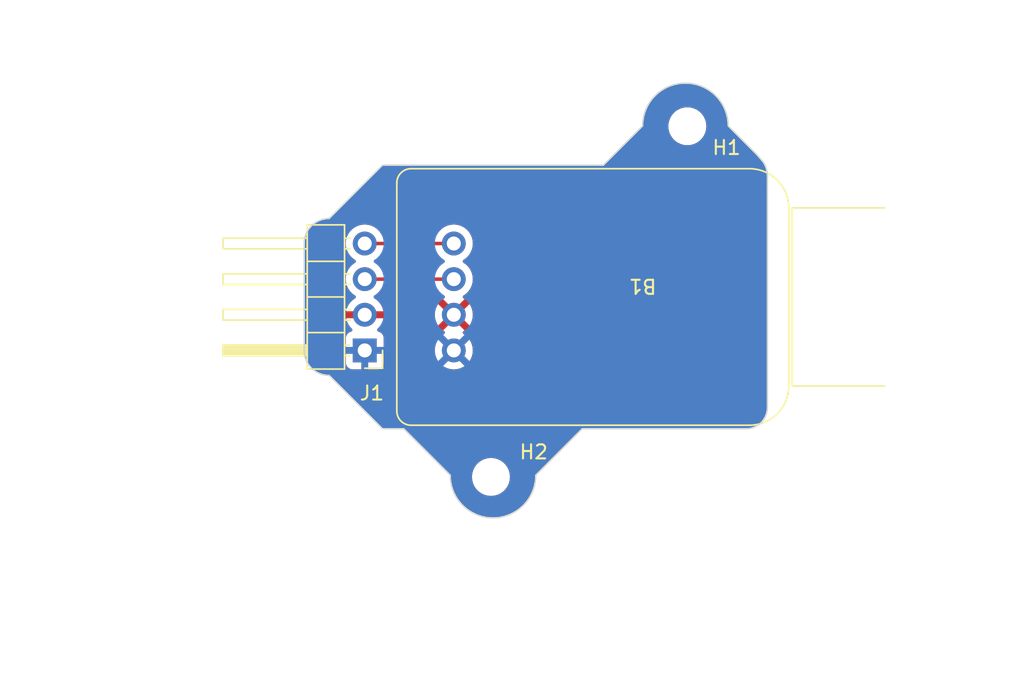
<source format=kicad_pcb>
(kicad_pcb (version 20221018) (generator pcbnew)
  (layers (0 "F.Cu" signal) (31 "B.Cu" signal) (34 "B.Paste" user) (35 "F.Paste" user) (36 "B.SilkS" user "B.Silkscreen") (37 "F.SilkS" user "F.Silkscreen") (38 "B.Mask" user) (39 "F.Mask" user) (44 "Edge.Cuts" user))
  (net 0 "")
  (net 1 "/gnd")
  (net 2 "/Vcc")
  (net 3 "/Tx")
  (net 4 "/Rx")
  (footprint "local:USB-UART-board" (layer "F.Cu") (at 162.814 90.17 180)
    (fp_text reference "B1" (at 0 0.77 180 unlocked) (layer "F.SilkS"))
    (fp_text value "~")
    (fp_line (start -10.668 -6.35) (end -17.272 -6.35) (stroke (width 0.12)) (layer "F.SilkS"))
    (fp_line (start -10.668 -6.35) (end -10.668 6.35) (stroke (width 0.12)) (layer "F.SilkS"))
    (fp_line (start -10.668 6.35) (end -17.272 6.35) (stroke (width 0.12)) (layer "F.SilkS"))
    (fp_line (start -10.413998 -6.350002) (end -10.414 6.35) (stroke (width 0.12)) (layer "F.SilkS"))
    (fp_line (start -7.62 -9.144) (end 16.510002 -9.144002) (stroke (width 0.12)) (layer "F.SilkS"))
    (fp_line (start 16.510002 9.144002) (end -7.620002 9.143998) (stroke (width 0.12)) (layer "F.SilkS"))
    (fp_line (start 17.526002 -8.128002) (end 17.526002 8.128002) (stroke (width 0.12)) (layer "F.SilkS"))
    (fp_arc (start -10.413998 -6.350002) (mid -9.595655 -8.325657) (end -7.62 -9.144) (stroke (width 0.12)) (layer "F.SilkS"))
    (fp_arc (start -7.620002 9.143998) (mid -9.595657 8.325655) (end -10.414 6.35) (stroke (width 0.12)) (layer "F.SilkS"))
    (fp_arc (start 16.510002 -9.144002) (mid 17.228422 -8.846422) (end 17.526002 -8.128002) (stroke (width 0.12)) (layer "F.SilkS"))
    (fp_arc (start 17.526002 8.128002) (mid 17.228422 8.846422) (end 16.510002 9.144002) (stroke (width 0.12)) (layer "F.SilkS"))
    (pad "1" thru_hole circle (at 13.462 -3.81 180) (size 1.7 1.7) (drill 1) (layers "*.Cu" "*.Mask") (net 1 "/gnd"))
    (pad "2" thru_hole circle (at 13.462 -1.27 180) (size 1.7 1.7) (drill 1) (layers "*.Cu" "*.Mask") (net 2 "/Vcc"))
    (pad "3" thru_hole circle (at 13.462 1.27 180) (size 1.7 1.7) (drill 1) (layers "*.Cu" "*.Mask") (net 3 "/Tx"))
    (pad "4" thru_hole circle (at 13.462 3.81 180) (size 1.7 1.7) (drill 1) (layers "*.Cu" "*.Mask") (net 4 "/Rx"))
  )
  (footprint "Connector_PinHeader_2.54mm:PinHeader_1x04_P2.54mm_Horizontal" (layer "F.Cu") (at 143.002 93.98 180)
    (fp_text reference "J1" (at -0.508 -3.048) (layer "F.SilkS"))
    (fp_text value "Conn_01x04")
    (fp_line (start -1.27 -1.27) (end 0 -1.27) (stroke (width 0.12)) (layer "F.SilkS"))
    (fp_line (start -1.27 0) (end -1.27 -1.27) (stroke (width 0.12)) (layer "F.SilkS"))
    (fp_line (start 1.042929 2.16) (end 1.44 2.16) (stroke (width 0.12)) (layer "F.SilkS"))
    (fp_line (start 1.042929 2.92) (end 1.44 2.92) (stroke (width 0.12)) (layer "F.SilkS"))
    (fp_line (start 1.042929 4.7) (end 1.44 4.7) (stroke (width 0.12)) (layer "F.SilkS"))
    (fp_line (start 1.042929 5.46) (end 1.44 5.46) (stroke (width 0.12)) (layer "F.SilkS"))
    (fp_line (start 1.042929 7.24) (end 1.44 7.24) (stroke (width 0.12)) (layer "F.SilkS"))
    (fp_line (start 1.042929 8) (end 1.44 8) (stroke (width 0.12)) (layer "F.SilkS"))
    (fp_line (start 1.11 -0.38) (end 1.44 -0.38) (stroke (width 0.12)) (layer "F.SilkS"))
    (fp_line (start 1.11 0.38) (end 1.44 0.38) (stroke (width 0.12)) (layer "F.SilkS"))
    (fp_line (start 1.44 -1.33) (end 1.44 8.95) (stroke (width 0.12)) (layer "F.SilkS"))
    (fp_line (start 1.44 1.27) (end 4.1 1.27) (stroke (width 0.12)) (layer "F.SilkS"))
    (fp_line (start 1.44 3.81) (end 4.1 3.81) (stroke (width 0.12)) (layer "F.SilkS"))
    (fp_line (start 1.44 6.35) (end 4.1 6.35) (stroke (width 0.12)) (layer "F.SilkS"))
    (fp_line (start 1.44 8.95) (end 4.1 8.95) (stroke (width 0.12)) (layer "F.SilkS"))
    (fp_line (start 4.1 -1.33) (end 1.44 -1.33) (stroke (width 0.12)) (layer "F.SilkS"))
    (fp_line (start 4.1 -0.38) (end 10.1 -0.38) (stroke (width 0.12)) (layer "F.SilkS"))
    (fp_line (start 4.1 -0.32) (end 10.1 -0.32) (stroke (width 0.12)) (layer "F.SilkS"))
    (fp_line (start 4.1 -0.2) (end 10.1 -0.2) (stroke (width 0.12)) (layer "F.SilkS"))
    (fp_line (start 4.1 -0.08) (end 10.1 -0.08) (stroke (width 0.12)) (layer "F.SilkS"))
    (fp_line (start 4.1 0.04) (end 10.1 0.04) (stroke (width 0.12)) (layer "F.SilkS"))
    (fp_line (start 4.1 0.16) (end 10.1 0.16) (stroke (width 0.12)) (layer "F.SilkS"))
    (fp_line (start 4.1 0.28) (end 10.1 0.28) (stroke (width 0.12)) (layer "F.SilkS"))
    (fp_line (start 4.1 2.16) (end 10.1 2.16) (stroke (width 0.12)) (layer "F.SilkS"))
    (fp_line (start 4.1 4.7) (end 10.1 4.7) (stroke (width 0.12)) (layer "F.SilkS"))
    (fp_line (start 4.1 7.24) (end 10.1 7.24) (stroke (width 0.12)) (layer "F.SilkS"))
    (fp_line (start 4.1 8.95) (end 4.1 -1.33) (stroke (width 0.12)) (layer "F.SilkS"))
    (fp_line (start 10.1 -0.38) (end 10.1 0.38) (stroke (width 0.12)) (layer "F.SilkS"))
    (fp_line (start 10.1 0.38) (end 4.1 0.38) (stroke (width 0.12)) (layer "F.SilkS"))
    (fp_line (start 10.1 2.16) (end 10.1 2.92) (stroke (width 0.12)) (layer "F.SilkS"))
    (fp_line (start 10.1 2.92) (end 4.1 2.92) (stroke (width 0.12)) (layer "F.SilkS"))
    (fp_line (start 10.1 4.7) (end 10.1 5.46) (stroke (width 0.12)) (layer "F.SilkS"))
    (fp_line (start 10.1 5.46) (end 4.1 5.46) (stroke (width 0.12)) (layer "F.SilkS"))
    (fp_line (start 10.1 7.24) (end 10.1 8) (stroke (width 0.12)) (layer "F.SilkS"))
    (fp_line (start 10.1 8) (end 4.1 8) (stroke (width 0.12)) (layer "F.SilkS"))
    (pad "1" thru_hole rect (at 0 0 180) (size 1.7 1.7) (drill 1) (layers "*.Cu" "*.Mask") (net 1 "/gnd"))
    (pad "2" thru_hole oval (at 0 2.54 180) (size 1.7 1.7) (drill 1) (layers "*.Cu" "*.Mask") (net 2 "/Vcc"))
    (pad "3" thru_hole oval (at 0 5.08 180) (size 1.7 1.7) (drill 1) (layers "*.Cu" "*.Mask") (net 3 "/Tx"))
    (pad "4" thru_hole oval (at 0 7.62 180) (size 1.7 1.7) (drill 1) (layers "*.Cu" "*.Mask") (net 4 "/Rx"))
  )
  (footprint "MountingHole:MountingHole_2.2mm_M2_ISO7380" (layer "F.Cu") (at 166 78)
    (fp_text reference "H1" (at 2.794 1.524) (layer "F.SilkS"))
    (fp_text value "MountingHole")
    (pad "" np_thru_hole circle (at 0 0) (size 2.2 2.2) (drill 2.2) (layers "*.Cu" "*.Mask"))
  )
  (footprint "MountingHole:MountingHole_2.2mm_M2_ISO7380" (layer "F.Cu") (at 152 103)
    (fp_text reference "H2" (at 3.048 -1.778) (layer "F.SilkS"))
    (fp_text value "MountingHole")
    (pad "" np_thru_hole circle (at 0 0) (size 2.2 2.2) (drill 2.2) (layers "*.Cu" "*.Mask"))
  )
  (gr_line (start 158.496 99.568) (end 161.798 99.568) (stroke (width 0.1)) (layer "Edge.Cuts"))
  (gr_line (start 155.194 102.87) (end 158.496 99.568) (stroke (width 0.1)) (layer "Edge.Cuts"))
  (gr_line (start 171.704 98.044) (end 171.704 82.55) (stroke (width 0.1)) (layer "Edge.Cuts"))
  (gr_line (start 140.462 84.582) (end 144.272 80.772) (stroke (width 0.1)) (layer "Edge.Cuts"))
  (gr_arc (start 155.194 102.87) (mid 152.146 105.918) (end 149.098 102.87) (stroke (width 0.1)) (layer "Edge.Cuts"))
  (gr_arc (start 140.462 95.758) (mid 139.204764 95.237236) (end 138.684 93.98) (stroke (width 0.1)) (layer "Edge.Cuts"))
  (gr_arc (start 138.684 86.36) (mid 139.204764 85.102764) (end 140.462 84.582) (stroke (width 0.1)) (layer "Edge.Cuts"))
  (gr_line (start 140.462 95.758) (end 144.272 99.568) (stroke (width 0.1)) (layer "Edge.Cuts"))
  (gr_line (start 144.272 99.568) (end 145.796 99.568) (stroke (width 0.1)) (layer "Edge.Cuts"))
  (gr_arc (start 171.704 98.044) (mid 171.257631 99.121631) (end 170.18 99.568) (stroke (width 0.1)) (layer "Edge.Cuts"))
  (gr_line (start 149.098 102.87) (end 145.796 99.568) (stroke (width 0.1)) (layer "Edge.Cuts"))
  (gr_line (start 162.814 77.978) (end 160.02 80.772) (stroke (width 0.1)) (layer "Edge.Cuts"))
  (gr_line (start 170.942 80.01) (end 171.405385 80.547743) (stroke (width 0.1)) (layer "Edge.Cuts"))
  (gr_arc (start 171.405385 80.547743) (mid 171.627709 81.018764) (end 171.704 81.534) (stroke (width 0.1)) (layer "Edge.Cuts"))
  (gr_line (start 138.684 93.98) (end 138.684 86.36) (stroke (width 0.1)) (layer "Edge.Cuts"))
  (gr_line (start 144.272 80.772) (end 160.02 80.772) (stroke (width 0.1)) (layer "Edge.Cuts"))
  (gr_line (start 161.798 99.568) (end 170.18 99.568) (stroke (width 0.1)) (layer "Edge.Cuts"))
  (gr_line (start 168.91 77.978) (end 170.942 80.01) (stroke (width 0.1)) (layer "Edge.Cuts"))
  (gr_line (start 171.704 81.534) (end 171.704 82.55) (stroke (width 0.1)) (layer "Edge.Cuts"))
  (gr_arc (start 162.814 77.978) (mid 165.862 74.93) (end 168.91 77.978) (stroke (width 0.1)) (layer "Edge.Cuts"))
  (segment (start 149.352 88.9) (end 143.002 88.9) (width 0.25) (layer "F.Cu") (net 3))
  (segment (start 143.002 86.36) (end 149.352 86.36) (width 0.25) (layer "F.Cu") (net 4))
  (zone (net 2) (net_name "/Vcc") (layer "F.Cu") (connect_pads (clearance 0.5)) (min_thickness 0.25) (fill yes (thermal_gap 0.5) (thermal_bridge_width 0.5))
    (polygon (pts (xy 117 69) (xy 190 69) (xy 190 117) (xy 117 117)))
  )
  (zone (net 1) (net_name "/gnd") (layer "B.Cu") (priority 1) (connect_pads (clearance 0.5)) (min_thickness 0.25) (fill yes (thermal_gap 0.5) (thermal_bridge_width 0.5))
    (polygon (pts (xy 190 69) (xy 190 117) (xy 117 117) (xy 117 69)))
  )
)
</source>
